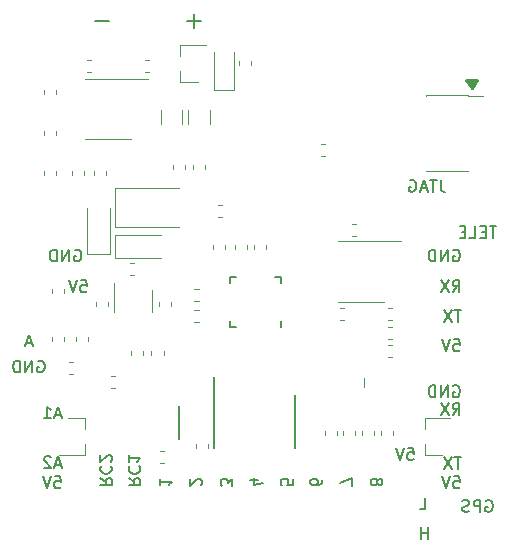
<source format=gbo>
G04 #@! TF.GenerationSoftware,KiCad,Pcbnew,(5.1.2)-1*
G04 #@! TF.CreationDate,2019-05-17T16:38:47+12:00*
G04 #@! TF.ProjectId,SimpleFCv2,53696d70-6c65-4464-9376-322e6b696361,rev?*
G04 #@! TF.SameCoordinates,Original*
G04 #@! TF.FileFunction,Legend,Bot*
G04 #@! TF.FilePolarity,Positive*
%FSLAX46Y46*%
G04 Gerber Fmt 4.6, Leading zero omitted, Abs format (unit mm)*
G04 Created by KiCad (PCBNEW (5.1.2)-1) date 2019-05-17 16:38:47*
%MOMM*%
%LPD*%
G04 APERTURE LIST*
%ADD10C,0.150000*%
%ADD11C,0.200000*%
%ADD12C,0.120000*%
%ADD13C,0.254000*%
G04 APERTURE END LIST*
D10*
X161807023Y-118952380D02*
X161807023Y-117952380D01*
X161807023Y-118428571D02*
X161235595Y-118428571D01*
X161235595Y-118952380D02*
X161235595Y-117952380D01*
X161092738Y-116452380D02*
X161568928Y-116452380D01*
X161568928Y-115452380D01*
X160090476Y-111252380D02*
X160566666Y-111252380D01*
X160614285Y-111728571D01*
X160566666Y-111680952D01*
X160471428Y-111633333D01*
X160233333Y-111633333D01*
X160138095Y-111680952D01*
X160090476Y-111728571D01*
X160042857Y-111823809D01*
X160042857Y-112061904D01*
X160090476Y-112157142D01*
X160138095Y-112204761D01*
X160233333Y-112252380D01*
X160471428Y-112252380D01*
X160566666Y-112204761D01*
X160614285Y-112157142D01*
X159757142Y-111252380D02*
X159423809Y-112252380D01*
X159090476Y-111252380D01*
X166714285Y-115700000D02*
X166809523Y-115652380D01*
X166952380Y-115652380D01*
X167095238Y-115700000D01*
X167190476Y-115795238D01*
X167238095Y-115890476D01*
X167285714Y-116080952D01*
X167285714Y-116223809D01*
X167238095Y-116414285D01*
X167190476Y-116509523D01*
X167095238Y-116604761D01*
X166952380Y-116652380D01*
X166857142Y-116652380D01*
X166714285Y-116604761D01*
X166666666Y-116557142D01*
X166666666Y-116223809D01*
X166857142Y-116223809D01*
X166238095Y-116652380D02*
X166238095Y-115652380D01*
X165857142Y-115652380D01*
X165761904Y-115700000D01*
X165714285Y-115747619D01*
X165666666Y-115842857D01*
X165666666Y-115985714D01*
X165714285Y-116080952D01*
X165761904Y-116128571D01*
X165857142Y-116176190D01*
X166238095Y-116176190D01*
X165285714Y-116604761D02*
X165142857Y-116652380D01*
X164904761Y-116652380D01*
X164809523Y-116604761D01*
X164761904Y-116557142D01*
X164714285Y-116461904D01*
X164714285Y-116366666D01*
X164761904Y-116271428D01*
X164809523Y-116223809D01*
X164904761Y-116176190D01*
X165095238Y-116128571D01*
X165190476Y-116080952D01*
X165238095Y-116033333D01*
X165285714Y-115938095D01*
X165285714Y-115842857D01*
X165238095Y-115747619D01*
X165190476Y-115700000D01*
X165095238Y-115652380D01*
X164857142Y-115652380D01*
X164714285Y-115700000D01*
X167595238Y-92452380D02*
X167023809Y-92452380D01*
X167309523Y-93452380D02*
X167309523Y-92452380D01*
X166690476Y-92928571D02*
X166357142Y-92928571D01*
X166214285Y-93452380D02*
X166690476Y-93452380D01*
X166690476Y-92452380D01*
X166214285Y-92452380D01*
X165309523Y-93452380D02*
X165785714Y-93452380D01*
X165785714Y-92452380D01*
X164976190Y-92928571D02*
X164642857Y-92928571D01*
X164500000Y-93452380D02*
X164976190Y-93452380D01*
X164976190Y-92452380D01*
X164500000Y-92452380D01*
X163988214Y-113652380D02*
X164464404Y-113652380D01*
X164512023Y-114128571D01*
X164464404Y-114080952D01*
X164369166Y-114033333D01*
X164131071Y-114033333D01*
X164035833Y-114080952D01*
X163988214Y-114128571D01*
X163940595Y-114223809D01*
X163940595Y-114461904D01*
X163988214Y-114557142D01*
X164035833Y-114604761D01*
X164131071Y-114652380D01*
X164369166Y-114652380D01*
X164464404Y-114604761D01*
X164512023Y-114557142D01*
X163654880Y-113652380D02*
X163321547Y-114652380D01*
X162988214Y-113652380D01*
X164607261Y-112052380D02*
X164035833Y-112052380D01*
X164321547Y-113052380D02*
X164321547Y-112052380D01*
X163797738Y-112052380D02*
X163131071Y-113052380D01*
X163131071Y-112052380D02*
X163797738Y-113052380D01*
X163892976Y-108452380D02*
X164226309Y-107976190D01*
X164464404Y-108452380D02*
X164464404Y-107452380D01*
X164083452Y-107452380D01*
X163988214Y-107500000D01*
X163940595Y-107547619D01*
X163892976Y-107642857D01*
X163892976Y-107785714D01*
X163940595Y-107880952D01*
X163988214Y-107928571D01*
X164083452Y-107976190D01*
X164464404Y-107976190D01*
X163559642Y-107452380D02*
X162892976Y-108452380D01*
X162892976Y-107452380D02*
X163559642Y-108452380D01*
X163988214Y-102052380D02*
X164464404Y-102052380D01*
X164512023Y-102528571D01*
X164464404Y-102480952D01*
X164369166Y-102433333D01*
X164131071Y-102433333D01*
X164035833Y-102480952D01*
X163988214Y-102528571D01*
X163940595Y-102623809D01*
X163940595Y-102861904D01*
X163988214Y-102957142D01*
X164035833Y-103004761D01*
X164131071Y-103052380D01*
X164369166Y-103052380D01*
X164464404Y-103004761D01*
X164512023Y-102957142D01*
X163654880Y-102052380D02*
X163321547Y-103052380D01*
X162988214Y-102052380D01*
X164607261Y-99552380D02*
X164035833Y-99552380D01*
X164321547Y-100552380D02*
X164321547Y-99552380D01*
X163797738Y-99552380D02*
X163131071Y-100552380D01*
X163131071Y-99552380D02*
X163797738Y-100552380D01*
X163892976Y-98052380D02*
X164226309Y-97576190D01*
X164464404Y-98052380D02*
X164464404Y-97052380D01*
X164083452Y-97052380D01*
X163988214Y-97100000D01*
X163940595Y-97147619D01*
X163892976Y-97242857D01*
X163892976Y-97385714D01*
X163940595Y-97480952D01*
X163988214Y-97528571D01*
X164083452Y-97576190D01*
X164464404Y-97576190D01*
X163559642Y-97052380D02*
X162892976Y-98052380D01*
X162892976Y-97052380D02*
X163559642Y-98052380D01*
X163940595Y-94500000D02*
X164035833Y-94452380D01*
X164178690Y-94452380D01*
X164321547Y-94500000D01*
X164416785Y-94595238D01*
X164464404Y-94690476D01*
X164512023Y-94880952D01*
X164512023Y-95023809D01*
X164464404Y-95214285D01*
X164416785Y-95309523D01*
X164321547Y-95404761D01*
X164178690Y-95452380D01*
X164083452Y-95452380D01*
X163940595Y-95404761D01*
X163892976Y-95357142D01*
X163892976Y-95023809D01*
X164083452Y-95023809D01*
X163464404Y-95452380D02*
X163464404Y-94452380D01*
X162892976Y-95452380D01*
X162892976Y-94452380D01*
X162416785Y-95452380D02*
X162416785Y-94452380D01*
X162178690Y-94452380D01*
X162035833Y-94500000D01*
X161940595Y-94595238D01*
X161892976Y-94690476D01*
X161845357Y-94880952D01*
X161845357Y-95023809D01*
X161892976Y-95214285D01*
X161940595Y-95309523D01*
X162035833Y-95404761D01*
X162178690Y-95452380D01*
X162416785Y-95452380D01*
X163940595Y-106000000D02*
X164035833Y-105952380D01*
X164178690Y-105952380D01*
X164321547Y-106000000D01*
X164416785Y-106095238D01*
X164464404Y-106190476D01*
X164512023Y-106380952D01*
X164512023Y-106523809D01*
X164464404Y-106714285D01*
X164416785Y-106809523D01*
X164321547Y-106904761D01*
X164178690Y-106952380D01*
X164083452Y-106952380D01*
X163940595Y-106904761D01*
X163892976Y-106857142D01*
X163892976Y-106523809D01*
X164083452Y-106523809D01*
X163464404Y-106952380D02*
X163464404Y-105952380D01*
X162892976Y-106952380D01*
X162892976Y-105952380D01*
X162416785Y-106952380D02*
X162416785Y-105952380D01*
X162178690Y-105952380D01*
X162035833Y-106000000D01*
X161940595Y-106095238D01*
X161892976Y-106190476D01*
X161845357Y-106380952D01*
X161845357Y-106523809D01*
X161892976Y-106714285D01*
X161940595Y-106809523D01*
X162035833Y-106904761D01*
X162178690Y-106952380D01*
X162416785Y-106952380D01*
X157519047Y-114221547D02*
X157566666Y-114316785D01*
X157614285Y-114364404D01*
X157709523Y-114412023D01*
X157757142Y-114412023D01*
X157852380Y-114364404D01*
X157900000Y-114316785D01*
X157947619Y-114221547D01*
X157947619Y-114031071D01*
X157900000Y-113935833D01*
X157852380Y-113888214D01*
X157757142Y-113840595D01*
X157709523Y-113840595D01*
X157614285Y-113888214D01*
X157566666Y-113935833D01*
X157519047Y-114031071D01*
X157519047Y-114221547D01*
X157471428Y-114316785D01*
X157423809Y-114364404D01*
X157328571Y-114412023D01*
X157138095Y-114412023D01*
X157042857Y-114364404D01*
X156995238Y-114316785D01*
X156947619Y-114221547D01*
X156947619Y-114031071D01*
X156995238Y-113935833D01*
X157042857Y-113888214D01*
X157138095Y-113840595D01*
X157328571Y-113840595D01*
X157423809Y-113888214D01*
X157471428Y-113935833D01*
X157519047Y-114031071D01*
X155347619Y-114459642D02*
X155347619Y-113792976D01*
X154347619Y-114221547D01*
X152847619Y-113935833D02*
X152847619Y-114126309D01*
X152800000Y-114221547D01*
X152752380Y-114269166D01*
X152609523Y-114364404D01*
X152419047Y-114412023D01*
X152038095Y-114412023D01*
X151942857Y-114364404D01*
X151895238Y-114316785D01*
X151847619Y-114221547D01*
X151847619Y-114031071D01*
X151895238Y-113935833D01*
X151942857Y-113888214D01*
X152038095Y-113840595D01*
X152276190Y-113840595D01*
X152371428Y-113888214D01*
X152419047Y-113935833D01*
X152466666Y-114031071D01*
X152466666Y-114221547D01*
X152419047Y-114316785D01*
X152371428Y-114364404D01*
X152276190Y-114412023D01*
X150347619Y-113888214D02*
X150347619Y-114364404D01*
X149871428Y-114412023D01*
X149919047Y-114364404D01*
X149966666Y-114269166D01*
X149966666Y-114031071D01*
X149919047Y-113935833D01*
X149871428Y-113888214D01*
X149776190Y-113840595D01*
X149538095Y-113840595D01*
X149442857Y-113888214D01*
X149395238Y-113935833D01*
X149347619Y-114031071D01*
X149347619Y-114269166D01*
X149395238Y-114364404D01*
X149442857Y-114412023D01*
X147414285Y-113935833D02*
X146747619Y-113935833D01*
X147795238Y-114173928D02*
X147080952Y-114412023D01*
X147080952Y-113792976D01*
X145247619Y-114459642D02*
X145247619Y-113840595D01*
X144866666Y-114173928D01*
X144866666Y-114031071D01*
X144819047Y-113935833D01*
X144771428Y-113888214D01*
X144676190Y-113840595D01*
X144438095Y-113840595D01*
X144342857Y-113888214D01*
X144295238Y-113935833D01*
X144247619Y-114031071D01*
X144247619Y-114316785D01*
X144295238Y-114412023D01*
X144342857Y-114459642D01*
X142552380Y-114412023D02*
X142600000Y-114364404D01*
X142647619Y-114269166D01*
X142647619Y-114031071D01*
X142600000Y-113935833D01*
X142552380Y-113888214D01*
X142457142Y-113840595D01*
X142361904Y-113840595D01*
X142219047Y-113888214D01*
X141647619Y-114459642D01*
X141647619Y-113840595D01*
X139147619Y-113840595D02*
X139147619Y-114412023D01*
X139147619Y-114126309D02*
X140147619Y-114126309D01*
X140004761Y-114221547D01*
X139909523Y-114316785D01*
X139861904Y-114412023D01*
X136447619Y-113792976D02*
X136923809Y-114126309D01*
X136447619Y-114364404D02*
X137447619Y-114364404D01*
X137447619Y-113983452D01*
X137400000Y-113888214D01*
X137352380Y-113840595D01*
X137257142Y-113792976D01*
X137114285Y-113792976D01*
X137019047Y-113840595D01*
X136971428Y-113888214D01*
X136923809Y-113983452D01*
X136923809Y-114364404D01*
X136542857Y-112792976D02*
X136495238Y-112840595D01*
X136447619Y-112983452D01*
X136447619Y-113078690D01*
X136495238Y-113221547D01*
X136590476Y-113316785D01*
X136685714Y-113364404D01*
X136876190Y-113412023D01*
X137019047Y-113412023D01*
X137209523Y-113364404D01*
X137304761Y-113316785D01*
X137400000Y-113221547D01*
X137447619Y-113078690D01*
X137447619Y-112983452D01*
X137400000Y-112840595D01*
X137352380Y-112792976D01*
X136447619Y-111840595D02*
X136447619Y-112412023D01*
X136447619Y-112126309D02*
X137447619Y-112126309D01*
X137304761Y-112221547D01*
X137209523Y-112316785D01*
X137161904Y-112412023D01*
X134047619Y-113792976D02*
X134523809Y-114126309D01*
X134047619Y-114364404D02*
X135047619Y-114364404D01*
X135047619Y-113983452D01*
X135000000Y-113888214D01*
X134952380Y-113840595D01*
X134857142Y-113792976D01*
X134714285Y-113792976D01*
X134619047Y-113840595D01*
X134571428Y-113888214D01*
X134523809Y-113983452D01*
X134523809Y-114364404D01*
X134142857Y-112792976D02*
X134095238Y-112840595D01*
X134047619Y-112983452D01*
X134047619Y-113078690D01*
X134095238Y-113221547D01*
X134190476Y-113316785D01*
X134285714Y-113364404D01*
X134476190Y-113412023D01*
X134619047Y-113412023D01*
X134809523Y-113364404D01*
X134904761Y-113316785D01*
X135000000Y-113221547D01*
X135047619Y-113078690D01*
X135047619Y-112983452D01*
X135000000Y-112840595D01*
X134952380Y-112792976D01*
X134952380Y-112412023D02*
X135000000Y-112364404D01*
X135047619Y-112269166D01*
X135047619Y-112031071D01*
X135000000Y-111935833D01*
X134952380Y-111888214D01*
X134857142Y-111840595D01*
X134761904Y-111840595D01*
X134619047Y-111888214D01*
X134047619Y-112459642D01*
X134047619Y-111840595D01*
D11*
X142571428Y-75107142D02*
X141428571Y-75107142D01*
X142000000Y-75678571D02*
X142000000Y-74535714D01*
X134771428Y-75107142D02*
X133628571Y-75107142D01*
D10*
X130192738Y-113652380D02*
X130668928Y-113652380D01*
X130716547Y-114128571D01*
X130668928Y-114080952D01*
X130573690Y-114033333D01*
X130335595Y-114033333D01*
X130240357Y-114080952D01*
X130192738Y-114128571D01*
X130145119Y-114223809D01*
X130145119Y-114461904D01*
X130192738Y-114557142D01*
X130240357Y-114604761D01*
X130335595Y-114652380D01*
X130573690Y-114652380D01*
X130668928Y-114604761D01*
X130716547Y-114557142D01*
X129859404Y-113652380D02*
X129526071Y-114652380D01*
X129192738Y-113652380D01*
X130716547Y-112666666D02*
X130240357Y-112666666D01*
X130811785Y-112952380D02*
X130478452Y-111952380D01*
X130145119Y-112952380D01*
X129859404Y-112047619D02*
X129811785Y-112000000D01*
X129716547Y-111952380D01*
X129478452Y-111952380D01*
X129383214Y-112000000D01*
X129335595Y-112047619D01*
X129287976Y-112142857D01*
X129287976Y-112238095D01*
X129335595Y-112380952D01*
X129907023Y-112952380D01*
X129287976Y-112952380D01*
X130716547Y-108466666D02*
X130240357Y-108466666D01*
X130811785Y-108752380D02*
X130478452Y-107752380D01*
X130145119Y-108752380D01*
X129287976Y-108752380D02*
X129859404Y-108752380D01*
X129573690Y-108752380D02*
X129573690Y-107752380D01*
X129668928Y-107895238D01*
X129764166Y-107990476D01*
X129859404Y-108038095D01*
X128761904Y-103900000D02*
X128857142Y-103852380D01*
X129000000Y-103852380D01*
X129142857Y-103900000D01*
X129238095Y-103995238D01*
X129285714Y-104090476D01*
X129333333Y-104280952D01*
X129333333Y-104423809D01*
X129285714Y-104614285D01*
X129238095Y-104709523D01*
X129142857Y-104804761D01*
X129000000Y-104852380D01*
X128904761Y-104852380D01*
X128761904Y-104804761D01*
X128714285Y-104757142D01*
X128714285Y-104423809D01*
X128904761Y-104423809D01*
X128285714Y-104852380D02*
X128285714Y-103852380D01*
X127714285Y-104852380D01*
X127714285Y-103852380D01*
X127238095Y-104852380D02*
X127238095Y-103852380D01*
X127000000Y-103852380D01*
X126857142Y-103900000D01*
X126761904Y-103995238D01*
X126714285Y-104090476D01*
X126666666Y-104280952D01*
X126666666Y-104423809D01*
X126714285Y-104614285D01*
X126761904Y-104709523D01*
X126857142Y-104804761D01*
X127000000Y-104852380D01*
X127238095Y-104852380D01*
X128238095Y-102366666D02*
X127761904Y-102366666D01*
X128333333Y-102652380D02*
X128000000Y-101652380D01*
X127666666Y-102652380D01*
X132392738Y-97052380D02*
X132868928Y-97052380D01*
X132916547Y-97528571D01*
X132868928Y-97480952D01*
X132773690Y-97433333D01*
X132535595Y-97433333D01*
X132440357Y-97480952D01*
X132392738Y-97528571D01*
X132345119Y-97623809D01*
X132345119Y-97861904D01*
X132392738Y-97957142D01*
X132440357Y-98004761D01*
X132535595Y-98052380D01*
X132773690Y-98052380D01*
X132868928Y-98004761D01*
X132916547Y-97957142D01*
X132059404Y-97052380D02*
X131726071Y-98052380D01*
X131392738Y-97052380D01*
X131883214Y-94500000D02*
X131978452Y-94452380D01*
X132121309Y-94452380D01*
X132264166Y-94500000D01*
X132359404Y-94595238D01*
X132407023Y-94690476D01*
X132454642Y-94880952D01*
X132454642Y-95023809D01*
X132407023Y-95214285D01*
X132359404Y-95309523D01*
X132264166Y-95404761D01*
X132121309Y-95452380D01*
X132026071Y-95452380D01*
X131883214Y-95404761D01*
X131835595Y-95357142D01*
X131835595Y-95023809D01*
X132026071Y-95023809D01*
X131407023Y-95452380D02*
X131407023Y-94452380D01*
X130835595Y-95452380D01*
X130835595Y-94452380D01*
X130359404Y-95452380D02*
X130359404Y-94452380D01*
X130121309Y-94452380D01*
X129978452Y-94500000D01*
X129883214Y-94595238D01*
X129835595Y-94690476D01*
X129787976Y-94880952D01*
X129787976Y-95023809D01*
X129835595Y-95214285D01*
X129883214Y-95309523D01*
X129978452Y-95404761D01*
X130121309Y-95452380D01*
X130359404Y-95452380D01*
X162866666Y-88552380D02*
X162866666Y-89266666D01*
X162914285Y-89409523D01*
X163009523Y-89504761D01*
X163152380Y-89552380D01*
X163247619Y-89552380D01*
X162533333Y-88552380D02*
X161961904Y-88552380D01*
X162247619Y-89552380D02*
X162247619Y-88552380D01*
X161676190Y-89266666D02*
X161200000Y-89266666D01*
X161771428Y-89552380D02*
X161438095Y-88552380D01*
X161104761Y-89552380D01*
X160247619Y-88600000D02*
X160342857Y-88552380D01*
X160485714Y-88552380D01*
X160628571Y-88600000D01*
X160723809Y-88695238D01*
X160771428Y-88790476D01*
X160819047Y-88980952D01*
X160819047Y-89123809D01*
X160771428Y-89314285D01*
X160723809Y-89409523D01*
X160628571Y-89504761D01*
X160485714Y-89552380D01*
X160390476Y-89552380D01*
X160247619Y-89504761D01*
X160200000Y-89457142D01*
X160200000Y-89123809D01*
X160390476Y-89123809D01*
D12*
X137710000Y-103371267D02*
X137710000Y-103028733D01*
X136690000Y-103371267D02*
X136690000Y-103028733D01*
X138390000Y-103371267D02*
X138390000Y-103028733D01*
X139410000Y-103371267D02*
X139410000Y-103028733D01*
X158403733Y-102010000D02*
X158746267Y-102010000D01*
X158403733Y-100990000D02*
X158746267Y-100990000D01*
X139446267Y-111490000D02*
X139103733Y-111490000D01*
X139446267Y-112510000D02*
X139103733Y-112510000D01*
X155610000Y-109828733D02*
X155610000Y-110171267D01*
X154590000Y-109828733D02*
X154590000Y-110171267D01*
X157210000Y-109828733D02*
X157210000Y-110171267D01*
X156190000Y-109828733D02*
X156190000Y-110171267D01*
X157790000Y-109828733D02*
X157790000Y-110171267D01*
X158810000Y-109828733D02*
X158810000Y-110171267D01*
X154110000Y-109828733D02*
X154110000Y-110171267D01*
X153090000Y-109828733D02*
X153090000Y-110171267D01*
X142371267Y-98810000D02*
X142028733Y-98810000D01*
X142371267Y-97790000D02*
X142028733Y-97790000D01*
X142371267Y-99590000D02*
X142028733Y-99590000D01*
X142371267Y-100610000D02*
X142028733Y-100610000D01*
X148110000Y-94371267D02*
X148110000Y-94028733D01*
X147090000Y-94371267D02*
X147090000Y-94028733D01*
X146460000Y-94371267D02*
X146460000Y-94028733D01*
X145440000Y-94371267D02*
X145440000Y-94028733D01*
X137828733Y-78390000D02*
X138171267Y-78390000D01*
X137828733Y-79410000D02*
X138171267Y-79410000D01*
X139190000Y-82597936D02*
X139190000Y-83802064D01*
X141010000Y-82597936D02*
X141010000Y-83802064D01*
X143310000Y-82597936D02*
X143310000Y-83802064D01*
X141490000Y-82597936D02*
X141490000Y-83802064D01*
X129290000Y-84428733D02*
X129290000Y-84771267D01*
X130310000Y-84428733D02*
X130310000Y-84771267D01*
X133010000Y-101828733D02*
X133010000Y-102171267D01*
X131990000Y-101828733D02*
X131990000Y-102171267D01*
X132928733Y-78390000D02*
X133271267Y-78390000D01*
X132928733Y-79410000D02*
X133271267Y-79410000D01*
X141210000Y-87596267D02*
X141210000Y-87253733D01*
X140190000Y-87596267D02*
X140190000Y-87253733D01*
X142910000Y-87596267D02*
X142910000Y-87253733D01*
X141890000Y-87596267D02*
X141890000Y-87253733D01*
X134710000Y-99196267D02*
X134710000Y-98853733D01*
X133690000Y-99196267D02*
X133690000Y-98853733D01*
X136603733Y-96610000D02*
X136946267Y-96610000D01*
X136603733Y-95590000D02*
X136946267Y-95590000D01*
X140010000Y-99196267D02*
X140010000Y-98853733D01*
X138990000Y-99196267D02*
X138990000Y-98853733D01*
X152728733Y-85490000D02*
X153071267Y-85490000D01*
X152728733Y-86510000D02*
X153071267Y-86510000D01*
X155403733Y-92290000D02*
X155746267Y-92290000D01*
X155403733Y-93310000D02*
X155746267Y-93310000D01*
X143210000Y-111271267D02*
X143210000Y-110928733D01*
X142190000Y-111271267D02*
X142190000Y-110928733D01*
X145350000Y-80900000D02*
X143650000Y-80900000D01*
X143650000Y-80900000D02*
X143650000Y-77750000D01*
X145350000Y-80900000D02*
X145350000Y-77750000D01*
X132760000Y-108720000D02*
X132760000Y-109650000D01*
X132760000Y-111880000D02*
X132760000Y-110950000D01*
X132760000Y-111880000D02*
X130600000Y-111880000D01*
X132760000Y-108720000D02*
X131300000Y-108720000D01*
X134900000Y-94800000D02*
X134900000Y-90900000D01*
X132900000Y-94800000D02*
X132900000Y-90900000D01*
X134900000Y-94800000D02*
X132900000Y-94800000D01*
X135300000Y-95200000D02*
X135300000Y-93200000D01*
X135300000Y-93200000D02*
X139200000Y-93200000D01*
X135300000Y-95200000D02*
X139200000Y-95200000D01*
X161540000Y-111880000D02*
X163000000Y-111880000D01*
X161540000Y-108720000D02*
X163700000Y-108720000D01*
X161540000Y-108720000D02*
X161540000Y-109650000D01*
X161540000Y-111880000D02*
X161540000Y-110950000D01*
X165165000Y-81355000D02*
X161635000Y-81355000D01*
X165165000Y-87825000D02*
X161635000Y-87825000D01*
X166490000Y-81420000D02*
X165165000Y-81420000D01*
X165165000Y-81355000D02*
X165165000Y-81420000D01*
X161635000Y-81355000D02*
X161635000Y-81420000D01*
X165165000Y-87760000D02*
X165165000Y-87825000D01*
X161635000Y-87760000D02*
X161635000Y-87825000D01*
X134928733Y-106210000D02*
X135271267Y-106210000D01*
X134928733Y-105190000D02*
X135271267Y-105190000D01*
X140840000Y-80280000D02*
X140840000Y-79350000D01*
X140840000Y-77120000D02*
X140840000Y-78050000D01*
X140840000Y-77120000D02*
X143000000Y-77120000D01*
X140840000Y-80280000D02*
X142300000Y-80280000D01*
X144346267Y-91710000D02*
X144003733Y-91710000D01*
X144346267Y-90690000D02*
X144003733Y-90690000D01*
X131771267Y-103990000D02*
X131428733Y-103990000D01*
X131771267Y-105010000D02*
X131428733Y-105010000D01*
X158746267Y-100410000D02*
X158403733Y-100410000D01*
X158746267Y-99390000D02*
X158403733Y-99390000D01*
X154671267Y-99390000D02*
X154328733Y-99390000D01*
X154671267Y-100410000D02*
X154328733Y-100410000D01*
X158428733Y-103510000D02*
X158771267Y-103510000D01*
X158428733Y-102490000D02*
X158771267Y-102490000D01*
X143590000Y-94371267D02*
X143590000Y-94028733D01*
X144610000Y-94371267D02*
X144610000Y-94028733D01*
X131010000Y-98171267D02*
X131010000Y-97828733D01*
X129990000Y-98171267D02*
X129990000Y-97828733D01*
X130310000Y-81271267D02*
X130310000Y-80928733D01*
X129290000Y-81271267D02*
X129290000Y-80928733D01*
X133490000Y-88171267D02*
X133490000Y-87828733D01*
X134510000Y-88171267D02*
X134510000Y-87828733D01*
X129990000Y-102171267D02*
X129990000Y-101828733D01*
X131010000Y-102171267D02*
X131010000Y-101828733D01*
X146810000Y-78453733D02*
X146810000Y-78796267D01*
X145790000Y-78453733D02*
X145790000Y-78796267D01*
X132710000Y-88171267D02*
X132710000Y-87828733D01*
X131690000Y-88171267D02*
X131690000Y-87828733D01*
X130310000Y-87828733D02*
X130310000Y-88171267D01*
X129290000Y-87828733D02*
X129290000Y-88171267D01*
D11*
X140700000Y-110500000D02*
X140700000Y-107700000D01*
D12*
X156400000Y-106100000D02*
X156400000Y-105300000D01*
D10*
X149350000Y-96750000D02*
X148825000Y-96750000D01*
X145050000Y-101050000D02*
X145575000Y-101050000D01*
X145050000Y-96750000D02*
X145575000Y-96750000D01*
D11*
X149350000Y-101050000D02*
X149350000Y-100525000D01*
D10*
X145050000Y-101050000D02*
X145050000Y-100525000D01*
X145050000Y-96750000D02*
X145050000Y-97275000D01*
X149350000Y-96750000D02*
X149350000Y-97275000D01*
D12*
X134675000Y-85125000D02*
X132725000Y-85125000D01*
X134675000Y-85125000D02*
X136625000Y-85125000D01*
X134675000Y-80005000D02*
X132725000Y-80005000D01*
X134675000Y-80005000D02*
X138125000Y-80005000D01*
X138460000Y-97900000D02*
X138460000Y-99700000D01*
X135240000Y-99700000D02*
X135240000Y-97250000D01*
X156100000Y-93740000D02*
X159550000Y-93740000D01*
X156100000Y-93740000D02*
X154150000Y-93740000D01*
X156100000Y-98860000D02*
X158050000Y-98860000D01*
X156100000Y-98860000D02*
X154150000Y-98860000D01*
D10*
X150550000Y-106775000D02*
X150550000Y-111225000D01*
X143650000Y-105250000D02*
X143650000Y-111225000D01*
D12*
X135300000Y-92550000D02*
X135300000Y-89250000D01*
X135300000Y-89250000D02*
X140700000Y-89250000D01*
X135300000Y-92550000D02*
X140700000Y-92550000D01*
D13*
G36*
X165500000Y-80778539D02*
G01*
X165043923Y-80127000D01*
X165956077Y-80127000D01*
X165500000Y-80778539D01*
X165500000Y-80778539D01*
G37*
X165500000Y-80778539D02*
X165043923Y-80127000D01*
X165956077Y-80127000D01*
X165500000Y-80778539D01*
M02*

</source>
